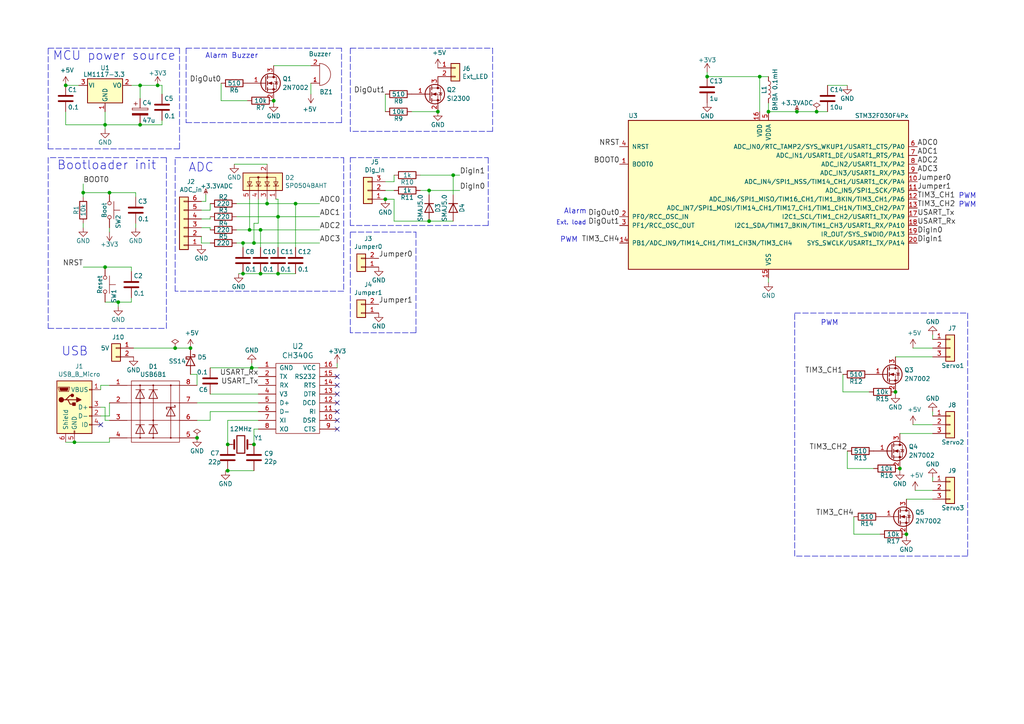
<source format=kicad_sch>
(kicad_sch (version 20231120) (generator "eeschema") (generator_version "8.0")
  (paper "A4")
  (lib_symbols
    (symbol "Connector_Generic:Conn_01x02" (pin_names (offset 1.016) hide)
      (property "Reference" "J" (at 0 2.54 0))
      (property "Value" "Conn_01x02" (at 0 -5.08 0))
      (symbol "Conn_01x02_1_1"
        (pin passive line (at -5.08 0 0) (length 3.81) (name "Pin_1") (number "1"))
        (pin passive line (at -5.08 -2.54 0) (length 3.81) (name "Pin_2") (number "2"))
      )
    )
    (symbol "Connector_Generic:Conn_01x03" (pin_names (offset 1.016) hide)
      (property "Reference" "J" (at 0 5.08 0))
      (property "Value" "Conn_01x03" (at 0 -5.08 0))
      (symbol "Conn_01x03_1_1"
        (pin passive line (at -5.08 2.54 0) (length 3.81) (name "Pin_1") (number "1"))
        (pin passive line (at -5.08 0 0) (length 3.81) (name "Pin_2") (number "2"))
        (pin passive line (at -5.08 -2.54 0) (length 3.81) (name "Pin_3") (number "3"))
      )
    )
    (symbol "Connector_Generic:Conn_01x06" (pin_names (offset 1.016) hide)
      (property "Reference" "J" (at 0 7.62 0))
      (property "Value" "Conn_01x06" (at 0 -10.16 0))
      (symbol "Conn_01x06_1_1"
        (pin passive line (at -5.08 5.08 0) (length 3.81) (name "Pin_1") (number "1"))
        (pin passive line (at -5.08 2.54 0) (length 3.81) (name "Pin_2") (number "2"))
        (pin passive line (at -5.08 0 0) (length 3.81) (name "Pin_3") (number "3"))
        (pin passive line (at -5.08 -2.54 0) (length 3.81) (name "Pin_4") (number "4"))
        (pin passive line (at -5.08 -5.08 0) (length 3.81) (name "Pin_5") (number "5"))
        (pin passive line (at -5.08 -7.62 0) (length 3.81) (name "Pin_6") (number "6"))
      )
    )
    (symbol "Device:Buzzer" (pin_names (offset 0.0254) hide)
      (property "Reference" "BZ" (at 3.81 1.27 0))
      (property "Value" "Buzzer" (at 3.81 -1.27 0))
      (symbol "Buzzer_1_1"
        (pin passive line (at -2.54 2.54 0) (length 2.54) (name "+") (number "1"))
        (pin passive line (at -2.54 -2.54 0) (length 2.54) (name "-") (number "2"))
      )
    )
    (symbol "Device:C" (pin_numbers hide) (pin_names (offset 0.254))
      (property "Reference" "C" (at 0.635 2.54 0))
      (property "Value" "C" (at 0.635 -2.54 0))
      (symbol "C_1_1"
        (pin passive line (at 0 3.81 270) (length 2.794) (name "~") (number "1"))
        (pin passive line (at 0 -3.81 90) (length 2.794) (name "~") (number "2"))
      )
    )
    (symbol "Device:Crystal" (pin_numbers hide) (pin_names (offset 1.016) hide)
      (property "Reference" "Y" (at 0 3.81 0))
      (property "Value" "Crystal" (at 0 -3.81 0))
      (symbol "Crystal_1_1"
        (pin passive line (at -3.81 0 0) (length 1.27) (name "1") (number "1"))
        (pin passive line (at 3.81 0 180) (length 1.27) (name "2") (number "2"))
      )
    )
    (symbol "Device:D" (pin_numbers hide) (pin_names (offset 1.016) hide)
      (property "Reference" "D" (at 0 2.54 0))
      (property "Value" "D" (at 0 -2.54 0))
      (symbol "D_1_1"
        (pin passive line (at -3.81 0 0) (length 2.54) (name "K") (number "1"))
        (pin passive line (at 3.81 0 180) (length 2.54) (name "A") (number "2"))
      )
    )
    (symbol "Device:D_Schottky" (pin_numbers hide) (pin_names (offset 1.016) hide)
      (property "Reference" "D" (at 0 2.54 0))
      (property "Value" "D_Schottky" (at 0 -2.54 0))
      (symbol "D_Schottky_1_1"
        (pin passive line (at -3.81 0 0) (length 2.54) (name "K") (number "1"))
        (pin passive line (at 3.81 0 180) (length 2.54) (name "A") (number "2"))
      )
    )
    (symbol "Device:R" (pin_numbers hide) (pin_names (offset 0))
      (property "Reference" "R" (at 2.032 0 90))
      (property "Value" "R" (at 0 0 90))
      (symbol "R_1_1"
        (pin passive line (at 0 3.81 270) (length 1.27) (name "~") (number "1"))
        (pin passive line (at 0 -3.81 90) (length 1.27) (name "~") (number "2"))
      )
    )
    (symbol "Power_Protection:SP0504BAHT" (pin_names hide)
      (property "Reference" "D" (at 7.62 2.54 0))
      (property "Value" "SP0504BAHT" (at 7.62 0.635 0))
      (symbol "SP0504BAHT_0_0"
        (pin passive line (at 0 -5.08 90) (length 2.54) (name "A") (number "2"))
      )
      (symbol "SP0504BAHT_1_1"
        (pin passive line (at -2.54 5.08 270) (length 2.54) (name "K") (number "1"))
        (pin passive line (at 0 5.08 270) (length 2.54) (name "K") (number "3"))
        (pin passive line (at 2.54 5.08 270) (length 2.54) (name "K") (number "4"))
        (pin passive line (at 5.08 5.08 270) (length 2.54) (name "K") (number "5"))
      )
    )
    (symbol "Servo_control-rescue:+3.3V-Chiller_control-rescue" (power) (pin_names (offset 0))
      (property "Value" "+3.3V-Chiller_control-rescue" (at 0 3.556 0))
      (symbol "+3.3V-Chiller_control-rescue_1_1"
        (pin power_in line (at 0 0 90) (length 0) hide (name "+3V3") (number "1"))
      )
    )
    (symbol "Servo_control-rescue:+3.3VADC-Chiller_control-rescue" (power) (pin_names (offset 0))
      (property "Value" "+3.3VADC-Chiller_control-rescue" (at 0 2.54 0))
      (symbol "+3.3VADC-Chiller_control-rescue_0_0"
        (pin power_in line (at 0 0 90) (length 0) hide (name "+3.3VADC") (number "1"))
      )
    )
    (symbol "Servo_control-rescue:+5V-power" (power) (pin_names (offset 0))
      (property "Value" "+5V-power" (at 0 3.556 0))
      (symbol "+5V-power_1_1"
        (pin power_in line (at 0 0 90) (length 0) hide (name "+5V") (number "1"))
      )
    )
    (symbol "Servo_control-rescue:C-Chiller_control-rescue" (pin_numbers hide) (pin_names (offset 0.254))
      (property "Reference" "C" (at 0.635 2.54 0))
      (property "Value" "C-Chiller_control-rescue" (at 0.635 -2.54 0))
      (symbol "C-Chiller_control-rescue_1_1"
        (pin passive line (at 0 3.81 270) (length 2.794) (name "~") (number "1"))
        (pin passive line (at 0 -3.81 90) (length 2.794) (name "~") (number "2"))
      )
    )
    (symbol "Servo_control-rescue:CP-Chiller_control-rescue" (pin_numbers hide) (pin_names (offset 0.254))
      (property "Reference" "C" (at 0.635 2.54 0))
      (property "Value" "CP-Chiller_control-rescue" (at 0.635 -2.54 0))
      (symbol "CP-Chiller_control-rescue_1_1"
        (pin passive line (at 0 3.81 270) (length 2.794) (name "~") (number "1"))
        (pin passive line (at 0 -3.81 90) (length 2.794) (name "~") (number "2"))
      )
    )
    (symbol "Servo_control-rescue:GND-Chiller_control-rescue" (power) (pin_names (offset 0))
      (property "Value" "GND-Chiller_control-rescue" (at 0 -3.81 0))
      (symbol "GND-Chiller_control-rescue_1_1"
        (pin power_in line (at 0 0 270) (length 0) hide (name "GND") (number "1"))
      )
    )
    (symbol "Servo_control-rescue:L-Chiller_control-rescue" (pin_numbers hide) (pin_names (offset 1.016) hide)
      (property "Reference" "L" (at -1.27 0 90))
      (property "Value" "L-Chiller_control-rescue" (at 1.905 0 90))
      (symbol "L-Chiller_control-rescue_1_1"
        (pin passive line (at 0 3.81 270) (length 1.27) (name "1") (number "1"))
        (pin passive line (at 0 -3.81 90) (length 1.27) (name "2") (number "2"))
      )
    )
    (symbol "Servo_control-rescue:LM1117-3.3-Chiller_control-rescue" (pin_names (offset 0.254))
      (property "Reference" "U" (at -3.81 3.175 0))
      (property "Value" "LM1117-3.3-Chiller_control-rescue" (at 0 3.175 0))
      (symbol "LM1117-3.3-Chiller_control-rescue_1_1"
        (pin power_in line (at 0 -7.62 90) (length 2.54) (name "GND") (number "1"))
        (pin power_out line (at 7.62 0 180) (length 2.54) (name "VO") (number "2"))
        (pin power_in line (at -7.62 0 0) (length 2.54) (name "VI") (number "3"))
      )
    )
    (symbol "Servo_control-rescue:PWR_FLAG-Chiller_control-rescue" (power) (pin_numbers hide) (pin_names (offset 0) hide)
      (property "Value" "PWR_FLAG-Chiller_control-rescue" (at 0 3.81 0))
      (symbol "PWR_FLAG-Chiller_control-rescue_0_0"
        (pin power_out line (at 0 0 90) (length 0) (name "pwr") (number "1"))
      )
    )
    (symbol "Servo_control-rescue:Q_NMOS_GSD-Chiller_control-rescue" (pin_names (offset 0) hide)
      (property "Reference" "Q" (at 5.08 1.27 0))
      (property "Value" "Q_NMOS_GSD-Chiller_control-rescue" (at 5.08 -1.27 0))
      (symbol "Q_NMOS_GSD-Chiller_control-rescue_1_1"
        (pin input line (at -5.08 0 0) (length 5.08) (name "G") (number "1"))
        (pin passive line (at 2.54 -5.08 90) (length 2.54) (name "S") (number "2"))
        (pin passive line (at 2.54 5.08 270) (length 2.54) (name "D") (number "3"))
      )
    )
    (symbol "Servo_control-rescue:R-Chiller_control-rescue" (pin_numbers hide) (pin_names (offset 0))
      (property "Reference" "R" (at 2.032 0 90))
      (property "Value" "R-Chiller_control-rescue" (at 0 0 90))
      (symbol "R-Chiller_control-rescue_1_1"
        (pin passive line (at 0 3.81 270) (length 1.27) (name "~") (number "1"))
        (pin passive line (at 0 -3.81 90) (length 1.27) (name "~") (number "2"))
      )
    )
    (symbol "Servo_control-rescue:STM32F030F4Px-Chiller_control-rescue" (pin_names (offset 1.016))
      (property "Reference" "U" (at -40.64 23.495 0))
      (property "Value" "STM32F030F4Px-Chiller_control-rescue" (at 40.64 23.495 0))
      (symbol "STM32F030F4Px-Chiller_control-rescue_1_1"
        (pin input line (at -43.18 10.16 0) (length 2.54) (name "BOOT0") (number "1"))
        (pin bidirectional line (at 43.18 5.08 180) (length 2.54) (name "ADC_IN4/SPI1_NSS/TIM14_CH1/USART1_CK/PA4") (number "10"))
        (pin bidirectional line (at 43.18 2.54 180) (length 2.54) (name "ADC_IN5/SPI1_SCK/PA5") (number "11"))
        (pin bidirectional line (at 43.18 0 180) (length 2.54) (name "ADC_IN6/SPI1_MISO/TIM16_CH1/TIM1_BKIN/TIM3_CH1/PA6") (number "12"))
        (pin bidirectional line (at 43.18 -2.54 180) (length 2.54) (name "ADC_IN7/SPI1_MOSI/TIM14_CH1/TIM17_CH1/TIM1_CH1N/TIM3_CH2/PA7") (number "13"))
        (pin bidirectional line (at -43.18 -12.7 0) (length 2.54) (name "PB1/ADC_IN9/TIM14_CH1/TIM1_CH3N/TIM3_CH4") (number "14"))
        (pin power_in line (at 0 -22.86 90) (length 2.54) (name "VSS") (number "15"))
        (pin power_in line (at -2.54 25.4 270) (length 2.54) (name "VDD") (number "16"))
        (pin bidirectional line (at 43.18 -5.08 180) (length 2.54) (name "I2C1_SCL/TIM1_CH2/USART1_TX/PA9") (number "17"))
        (pin bidirectional line (at 43.18 -7.62 180) (length 2.54) (name "I2C1_SDA/TIM17_BKIN/TIM1_CH3/USART1_RX/PA10") (number "18"))
        (pin bidirectional line (at 43.18 -10.16 180) (length 2.54) (name "IR_OUT/SYS_SWDIO/PA13") (number "19"))
        (pin input line (at -43.18 -5.08 0) (length 2.54) (name "PF0/RCC_OSC_IN") (number "2"))
        (pin bidirectional line (at 43.18 -12.7 180) (length 2.54) (name "SYS_SWCLK/USART1_TX/PA14") (number "20"))
        (pin input line (at -43.18 -7.62 0) (length 2.54) (name "PF1/RCC_OSC_OUT") (number "3"))
        (pin input line (at -43.18 15.24 0) (length 2.54) (name "NRST") (number "4"))
        (pin power_in line (at 0 25.4 270) (length 2.54) (name "VDDA") (number "5"))
        (pin bidirectional line (at 43.18 15.24 180) (length 2.54) (name "ADC_IN0/RTC_TAMP2/SYS_WKUP1/USART1_CTS/PA0") (number "6"))
        (pin bidirectional line (at 43.18 12.7 180) (length 2.54) (name "ADC_IN1/USART1_DE/USART1_RTS/PA1") (number "7"))
        (pin bidirectional line (at 43.18 10.16 180) (length 2.54) (name "ADC_IN2/USART1_TX/PA2") (number "8"))
        (pin bidirectional line (at 43.18 7.62 180) (length 2.54) (name "ADC_IN3/USART1_RX/PA3") (number "9"))
      )
    )
    (symbol "Servo_control-rescue:SW_Push-Chiller_control-rescue" (pin_numbers hide) (pin_names (offset 1.016) hide)
      (property "Reference" "SW" (at 1.27 2.54 0))
      (property "Value" "SW_Push-Chiller_control-rescue" (at 0 -1.524 0))
      (symbol "SW_Push-Chiller_control-rescue_0_1"
        (pin passive line (at -5.08 0 0) (length 2.54) (name "1") (number "1"))
        (pin passive line (at 5.08 0 180) (length 2.54) (name "2") (number "2"))
      )
    )
    (symbol "Servo_control-rescue:USB_B_Micro-Connector_Specialized" (pin_names (offset 1.016))
      (property "Reference" "J" (at -5.08 11.43 0))
      (property "Value" "USB_B_Micro-Connector_Specialized" (at -5.08 8.89 0))
      (symbol "USB_B_Micro-Connector_Specialized_1_1"
        (pin power_out line (at 7.62 5.08 180) (length 2.54) (name "VBUS") (number "1"))
        (pin passive line (at 7.62 -2.54 180) (length 2.54) (name "D-") (number "2"))
        (pin passive line (at 7.62 0 180) (length 2.54) (name "D+") (number "3"))
        (pin passive line (at 7.62 -5.08 180) (length 2.54) (name "ID") (number "4"))
        (pin power_out line (at 0 -10.16 90) (length 2.54) (name "GND") (number "5"))
        (pin passive line (at -2.54 -10.16 90) (length 2.54) (name "Shield") (number "6"))
      )
    )
    (symbol "ch34x:CH340G" (pin_names (offset 1.016))
      (property "Reference" "U" (at 0.635 12.065 0))
      (property "Value" "CH340G" (at 0 -12.065 0))
      (symbol "CH340G_1_1"
        (pin power_in line (at -11.43 8.89 0) (length 5.08) (name "GND") (number "1"))
        (pin output line (at 11.43 -6.35 180) (length 5.08) (name "DSR") (number "10"))
        (pin output line (at 11.43 -3.81 180) (length 5.08) (name "RI") (number "11"))
        (pin output line (at 11.43 -1.27 180) (length 5.08) (name "DCD") (number "12"))
        (pin output line (at 11.43 1.27 180) (length 5.08) (name "DTR") (number "13"))
        (pin output line (at 11.43 3.81 180) (length 5.08) (name "RTS") (number "14"))
        (pin input line (at 11.43 6.35 180) (length 5.08) (name "RS232") (number "15"))
        (pin power_in line (at 11.43 8.89 180) (length 5.08) (name "VCC") (number "16"))
        (pin output line (at -11.43 6.35 0) (length 5.08) (name "TX") (number "2"))
        (pin input line (at -11.43 3.81 0) (length 5.08) (name "RX") (number "3"))
        (pin passive line (at -11.43 1.27 0) (length 5.08) (name "V3") (number "4"))
        (pin bidirectional line (at -11.43 -1.27 0) (length 5.08) (name "D+") (number "5"))
        (pin bidirectional line (at -11.43 -3.81 0) (length 5.08) (name "D-") (number "6"))
        (pin input line (at -11.43 -6.35 0) (length 5.08) (name "XI") (number "7"))
        (pin input line (at -11.43 -8.89 0) (length 5.08) (name "XO") (number "8"))
        (pin output line (at 11.43 -8.89 180) (length 5.08) (name "CTS") (number "9"))
      )
    )
    (symbol "elements:USB6B1" (pin_names (offset 0.762) hide)
      (property "Reference" "D" (at 0 -11.43 0))
      (property "Value" "USB6B1" (at 0 10.16 0))
      (symbol "USB6B1_1_1"
        (pin passive line (at -12.7 7.62 0) (length 5.08) (name "VCC") (number "1"))
        (pin passive line (at -12.7 2.54 0) (length 5.08) (name "I/O1") (number "2"))
        (pin passive line (at -12.7 -2.54 0) (length 5.08) (name "I/O2") (number "3"))
        (pin passive line (at -12.7 -7.62 0) (length 5.08) (name "GND") (number "4"))
        (pin passive line (at 12.7 -7.62 180) (length 5.08) (name "GND") (number "5"))
        (pin passive line (at 12.7 -2.54 180) (length 5.08) (name "I/O2") (number "6"))
        (pin passive line (at 12.7 2.54 180) (length 5.08) (name "I/O1") (number "7"))
        (pin passive line (at 12.7 7.62 180) (length 5.08) (name "VCC") (number "8"))
      )
    )
  )
  (junction (at 127 32.385))
  (junction (at 73.66 128.905))
  (junction (at 45.72 24.765))
  (junction (at 66.04 128.905))
  (junction (at 24.13 55.88))
  (junction (at 40.64 24.765))
  (junction (at 57.15 127))
  (junction (at 73.66 70.485))
  (junction (at 77.47 59.055))
  (junction (at 260.985 135.89))
  (junction (at 30.48 36.195))
  (junction (at 70.485 70.485))
  (junction (at 131.445 50.8))
  (junction (at 21.59 128.27))
  (junction (at 124.46 55.245))
  (junction (at 55.245 100.965))
  (junction (at 80.645 62.865))
  (junction (at 79.375 29.21))
  (junction (at 19.05 24.765))
  (junction (at 222.885 32.385))
  (junction (at 259.715 113.665))
  (junction (at 72.39 66.675))
  (junction (at 34.29 87.63))
  (junction (at 85.725 59.055))
  (junction (at 80.645 79.375))
  (junction (at 70.485 79.375))
  (junction (at 66.04 136.525))
  (junction (at 111.76 57.785))
  (junction (at 40.64 36.195))
  (junction (at 73.025 106.68))
  (junction (at 124.46 64.135))
  (junction (at 75.565 66.675))
  (junction (at 31.75 55.88))
  (junction (at 205.105 22.225))
  (junction (at 262.89 154.94))
  (junction (at 236.855 32.385))
  (junction (at 220.345 22.225))
  (junction (at 75.565 79.375))
  (junction (at 30.48 77.47))
  (junction (at 50.8 100.965))
  (junction (at 231.14 32.385))
  (no_connect (at 97.79 111.76))
  (no_connect (at 29.21 123.19))
  (no_connect (at 97.79 124.46))
  (no_connect (at 97.79 109.22))
  (no_connect (at 97.79 116.84))
  (no_connect (at 97.79 119.38))
  (no_connect (at 97.79 114.3))
  (no_connect (at 97.79 121.92))
  (wire (pts (xy 29.21 120.65) (xy 31.75 120.65)))
  (wire (pts (xy 74.93 121.92) (xy 66.04 121.92)))
  (polyline (pts (xy 230.505 161.29) (xy 230.505 90.805)) (stroke (width 0) (type dash)))
  (wire (pts (xy 31.75 67.31) (xy 31.75 66.04)))
  (wire (pts (xy 220.345 22.225) (xy 222.885 22.225)))
  (polyline (pts (xy 101.6 45.72) (xy 141.605 45.72)) (stroke (width 0) (type dash)))
  (polyline (pts (xy 280.67 90.805) (xy 280.67 161.29)) (stroke (width 0) (type dash)))
  (wire (pts (xy 259.715 103.505) (xy 270.51 103.505)))
  (wire (pts (xy 31.75 55.88) (xy 39.37 55.88)))
  (wire (pts (xy 19.05 36.195) (xy 30.48 36.195)))
  (wire (pts (xy 38.1 87.63) (xy 38.1 86.36)))
  (wire (pts (xy 30.48 121.92) (xy 31.75 121.92)))
  (polyline (pts (xy 101.6 13.97) (xy 101.6 38.1)) (stroke (width 0) (type dash)))
  (wire (pts (xy 19.05 32.385) (xy 19.05 36.195)))
  (wire (pts (xy 24.13 66.04) (xy 24.13 64.77)))
  (wire (pts (xy 265.43 142.24) (xy 270.51 142.24)))
  (wire (pts (xy 58.42 68.58) (xy 58.42 70.485)))
  (wire (pts (xy 40.64 24.765) (xy 45.72 24.765)))
  (wire (pts (xy 114.3 57.785) (xy 111.76 57.785)))
  (wire (pts (xy 30.48 87.63) (xy 34.29 87.63)))
  (wire (pts (xy 75.565 66.675) (xy 92.71 66.675)))
  (wire (pts (xy 264.795 100.965) (xy 270.51 100.965)))
  (polyline (pts (xy 53.975 13.97) (xy 53.975 35.56)) (stroke (width 0) (type dash)))
  (wire (pts (xy 24.13 55.88) (xy 24.13 57.15)))
  (wire (pts (xy 74.93 119.38) (xy 60.96 119.38)))
  (polyline (pts (xy 50.8 45.72) (xy 99.695 45.72)) (stroke (width 0) (type dash)))
  (wire (pts (xy 57.15 116.84) (xy 74.93 116.84)))
  (wire (pts (xy 31.75 120.65) (xy 31.75 116.84)))
  (wire (pts (xy 73.66 128.905) (xy 73.66 124.46)))
  (wire (pts (xy 80.645 79.375) (xy 75.565 79.375)))
  (wire (pts (xy 29.21 118.11) (xy 30.48 118.11)))
  (wire (pts (xy 222.885 32.385) (xy 231.14 32.385)))
  (wire (pts (xy 231.14 32.385) (xy 236.855 32.385)))
  (polyline (pts (xy 48.26 95.25) (xy 48.26 45.72)) (stroke (width 0) (type dash)))
  (wire (pts (xy 57.15 108.585) (xy 55.245 108.585)))
  (wire (pts (xy 262.89 144.78) (xy 270.51 144.78)))
  (wire (pts (xy 30.48 77.47) (xy 38.1 77.47)))
  (wire (pts (xy 111.76 32.385) (xy 111.76 27.305)))
  (polyline (pts (xy 99.695 45.72) (xy 99.695 84.455)) (stroke (width 0) (type dash)))
  (polyline (pts (xy 53.975 35.56) (xy 99.06 35.56)) (stroke (width 0) (type dash)))
  (wire (pts (xy 75.565 71.755) (xy 75.565 66.675)))
  (wire (pts (xy 58.42 58.42) (xy 59.69 58.42)))
  (wire (pts (xy 60.96 63.5) (xy 60.96 62.865)))
  (wire (pts (xy 97.79 105.41) (xy 97.79 106.68)))
  (wire (pts (xy 74.93 57.785) (xy 74.93 64.77)))
  (polyline (pts (xy 50.8 84.455) (xy 50.8 45.72)) (stroke (width 0) (type dash)))
  (wire (pts (xy 38.1 24.765) (xy 40.64 24.765)))
  (wire (pts (xy 39.37 55.88) (xy 39.37 57.15)))
  (wire (pts (xy 34.29 88.9) (xy 34.29 87.63)))
  (wire (pts (xy 68.58 66.675) (xy 72.39 66.675)))
  (wire (pts (xy 24.13 77.47) (xy 30.48 77.47)))
  (wire (pts (xy 222.885 29.845) (xy 222.885 32.385)))
  (wire (pts (xy 60.96 66.04) (xy 60.96 66.675)))
  (wire (pts (xy 260.985 125.73) (xy 270.51 125.73)))
  (wire (pts (xy 114.3 52.705) (xy 114.3 50.8)))
  (wire (pts (xy 79.375 29.845) (xy 79.375 29.21)))
  (wire (pts (xy 245.745 135.89) (xy 253.365 135.89)))
  (wire (pts (xy 45.72 24.765) (xy 46.99 24.765)))
  (wire (pts (xy 77.47 59.055) (xy 85.725 59.055)))
  (wire (pts (xy 40.64 24.765) (xy 40.64 28.575)))
  (wire (pts (xy 247.65 149.86) (xy 247.65 154.94)))
  (wire (pts (xy 259.715 114.3) (xy 259.715 113.665)))
  (wire (pts (xy 46.99 36.195) (xy 46.99 34.925)))
  (wire (pts (xy 119.38 32.385) (xy 127 32.385)))
  (polyline (pts (xy 13.97 13.97) (xy 52.07 13.97)) (stroke (width 0) (type dash)))
  (wire (pts (xy 30.48 36.195) (xy 40.64 36.195)))
  (wire (pts (xy 131.445 50.8) (xy 133.35 50.8)))
  (wire (pts (xy 77.47 57.785) (xy 77.47 59.055)))
  (wire (pts (xy 85.725 79.375) (xy 80.645 79.375)))
  (wire (pts (xy 73.66 70.485) (xy 92.71 70.485)))
  (wire (pts (xy 245.745 130.81) (xy 245.745 135.89)))
  (wire (pts (xy 131.445 50.8) (xy 131.445 56.515)))
  (wire (pts (xy 24.13 53.34) (xy 24.13 55.88)))
  (wire (pts (xy 39.37 66.04) (xy 39.37 64.77)))
  (wire (pts (xy 114.3 64.135) (xy 114.3 57.785)))
  (wire (pts (xy 29.21 113.03) (xy 29.21 111.76)))
  (wire (pts (xy 80.01 57.785) (xy 80.645 57.785)))
  (wire (pts (xy 60.96 106.68) (xy 73.025 106.68)))
  (wire (pts (xy 59.69 58.42) (xy 59.69 56.515)))
  (wire (pts (xy 111.76 55.245) (xy 114.3 55.245)))
  (polyline (pts (xy 101.6 67.31) (xy 120.65 67.31)) (stroke (width 0) (type dash)))
  (wire (pts (xy 38.735 100.965) (xy 50.8 100.965)))
  (wire (pts (xy 68.58 70.485) (xy 70.485 70.485)))
  (wire (pts (xy 124.46 55.245) (xy 124.46 56.515)))
  (polyline (pts (xy 280.67 161.29) (xy 230.505 161.29)) (stroke (width 0) (type dash)))
  (wire (pts (xy 74.93 114.3) (xy 60.96 114.3)))
  (wire (pts (xy 31.75 127) (xy 31.75 128.27)))
  (wire (pts (xy 58.42 66.04) (xy 60.96 66.04)))
  (wire (pts (xy 64.135 24.13) (xy 64.135 29.21)))
  (wire (pts (xy 72.39 66.675) (xy 75.565 66.675)))
  (polyline (pts (xy 99.695 84.455) (xy 50.8 84.455)) (stroke (width 0) (type dash)))
  (polyline (pts (xy 52.07 43.18) (xy 13.97 43.18)) (stroke (width 0) (type dash)))
  (polyline (pts (xy 120.65 96.52) (xy 101.6 96.52)) (stroke (width 0) (type dash)))
  (wire (pts (xy 24.13 55.88) (xy 31.75 55.88)))
  (wire (pts (xy 21.59 128.27) (xy 31.75 128.27)))
  (polyline (pts (xy 142.875 38.1) (xy 101.6 38.1)) (stroke (width 0) (type dash)))
  (wire (pts (xy 58.42 60.96) (xy 60.96 60.96)))
  (wire (pts (xy 30.48 118.11) (xy 30.48 121.92)))
  (wire (pts (xy 70.485 70.485) (xy 73.66 70.485)))
  (polyline (pts (xy 13.97 45.72) (xy 13.97 95.25)) (stroke (width 0) (type dash)))
  (wire (pts (xy 68.58 59.055) (xy 77.47 59.055)))
  (wire (pts (xy 60.96 60.96) (xy 60.96 59.055)))
  (polyline (pts (xy 141.605 45.72) (xy 141.605 65.405)) (stroke (width 0) (type dash)))
  (wire (pts (xy 73.025 106.68) (xy 74.93 106.68)))
  (wire (pts (xy 73.66 124.46) (xy 74.93 124.46)))
  (polyline (pts (xy 142.875 13.97) (xy 142.875 38.1)) (stroke (width 0) (type dash)))
  (wire (pts (xy 64.135 29.21) (xy 71.755 29.21)))
  (wire (pts (xy 121.92 55.245) (xy 124.46 55.245)))
  (wire (pts (xy 57.15 111.76) (xy 57.15 108.585)))
  (wire (pts (xy 50.8 100.965) (xy 55.245 100.965)))
  (wire (pts (xy 57.15 121.92) (xy 60.96 121.92)))
  (wire (pts (xy 58.42 70.485) (xy 60.96 70.485)))
  (wire (pts (xy 67.945 47.625) (xy 77.47 47.625)))
  (wire (pts (xy 73.025 105.41) (xy 73.025 106.68)))
  (wire (pts (xy 262.89 155.575) (xy 262.89 154.94)))
  (wire (pts (xy 46.99 24.765) (xy 46.99 27.305)))
  (wire (pts (xy 85.725 71.755) (xy 85.725 59.055)))
  (wire (pts (xy 244.475 113.665) (xy 252.095 113.665)))
  (wire (pts (xy 80.645 71.755) (xy 80.645 62.865)))
  (wire (pts (xy 69.215 79.375) (xy 70.485 79.375)))
  (polyline (pts (xy 230.505 90.805) (xy 280.67 90.805)) (stroke (width 0) (type dash)))
  (wire (pts (xy 270.51 119.38) (xy 270.51 120.65)))
  (wire (pts (xy 80.645 62.865) (xy 80.645 57.785)))
  (wire (pts (xy 270.51 98.425) (xy 270.51 97.155)))
  (wire (pts (xy 220.345 22.225) (xy 220.345 32.385)))
  (wire (pts (xy 245.745 24.765) (xy 240.03 24.765)))
  (wire (pts (xy 58.42 63.5) (xy 60.96 63.5)))
  (wire (pts (xy 124.46 64.135) (xy 131.445 64.135)))
  (wire (pts (xy 65.405 136.525) (xy 66.04 136.525)))
  (wire (pts (xy 244.475 108.585) (xy 244.475 113.665)))
  (wire (pts (xy 260.985 136.525) (xy 260.985 135.89)))
  (wire (pts (xy 70.485 71.755) (xy 70.485 70.485)))
  (polyline (pts (xy 52.07 13.97) (xy 52.07 43.18)) (stroke (width 0) (type dash)))
  (wire (pts (xy 31.75 111.76) (xy 29.21 111.76)))
  (polyline (pts (xy 120.65 67.31) (xy 120.65 96.52)) (stroke (width 0) (type dash)))
  (polyline (pts (xy 99.06 35.56) (xy 99.06 13.97)) (stroke (width 0) (type dash)))
  (polyline (pts (xy 101.6 13.97) (xy 142.875 13.97)) (stroke (width 0) (type dash)))
  (wire (pts (xy 222.885 81.915) (xy 222.885 80.645)))
  (wire (pts (xy 80.645 62.865) (xy 92.71 62.865)))
  (wire (pts (xy 60.96 119.38) (xy 60.96 121.92)))
  (wire (pts (xy 38.1 77.47) (xy 38.1 78.74)))
  (polyline (pts (xy 53.975 13.97) (xy 99.06 13.97)) (stroke (width 0) (type dash)))
  (wire (pts (xy 75.565 79.375) (xy 70.485 79.375)))
  (wire (pts (xy 124.46 55.245) (xy 133.35 55.245)))
  (wire (pts (xy 30.48 32.385) (xy 30.48 36.195)))
  (wire (pts (xy 34.29 87.63) (xy 38.1 87.63)))
  (wire (pts (xy 72.39 57.785) (xy 72.39 66.675)))
  (wire (pts (xy 264.795 123.19) (xy 270.51 123.19)))
  (wire (pts (xy 270.51 138.43) (xy 270.51 139.7)))
  (wire (pts (xy 90.17 24.13) (xy 90.17 27.305)))
  (wire (pts (xy 19.05 128.27) (xy 21.59 128.27)))
  (wire (pts (xy 124.46 64.135) (xy 114.3 64.135)))
  (polyline (pts (xy 13.97 43.18) (xy 13.97 13.97)) (stroke (width 0) (type dash)))
  (wire (pts (xy 66.04 136.525) (xy 73.66 136.525)))
  (wire (pts (xy 66.04 121.92) (xy 66.04 128.905)))
  (wire (pts (xy 30.48 36.195) (xy 30.48 37.465)))
  (wire (pts (xy 205.105 22.225) (xy 220.345 22.225)))
  (polyline (pts (xy 101.6 96.52) (xy 101.6 67.31)) (stroke (width 0) (type dash)))
  (polyline (pts (xy 101.6 65.405) (xy 101.6 45.72)) (stroke (width 0) (type dash)))
  (polyline (pts (xy 48.26 45.72) (xy 13.97 45.72)) (stroke (width 0) (type dash)))
  (wire (pts (xy 40.64 36.195) (xy 46.99 36.195)))
  (wire (pts (xy 79.375 19.05) (xy 90.17 19.05)))
  (wire (pts (xy 85.725 59.055) (xy 92.71 59.055)))
  (wire (pts (xy 205.105 20.955) (xy 205.105 22.225)))
  (wire (pts (xy 236.855 32.385) (xy 240.03 32.385)))
  (polyline (pts (xy 13.97 95.25) (xy 48.26 95.25)) (stroke (width 0) (type dash)))
  (wire (pts (xy 121.92 50.8) (xy 131.445 50.8)))
  (wire (pts (xy 74.93 64.77) (xy 73.66 64.77)))
  (wire (pts (xy 111.76 52.705) (xy 114.3 52.705)))
  (wire (pts (xy 73.66 64.77) (xy 73.66 70.485)))
  (polyline (pts (xy 141.605 65.405) (xy 101.6 65.405)) (stroke (width 0) (type dash)))
  (wire (pts (xy 247.65 154.94) (xy 255.27 154.94)))
  (wire (pts (xy 19.05 24.765) (xy 22.86 24.765)))
  (wire (pts (xy 68.58 62.865) (xy 80.645 62.865)))
  (text "Ext. load" (at 161.29 65.405 0) (effects (font (size 1.27 1.27)) (justify left bottom)))
  (text "PWM" (at 167.64 70.485 0) (effects (font (size 1.524 1.524)) (justify right bottom)))
  (text "PWM" (at 243.205 94.615 0) (effects (font (size 1.524 1.524)) (justify right bottom)))
  (text "ADC" (at 54.61 50.165 0) (effects (font (size 2.54 2.54)) (justify left bottom)))
  (text "USB" (at 17.78 103.505 0) (effects (font (size 2.54 2.54)) (justify left bottom)))
  (text "Alarm Buzzer" (at 74.93 17.145 0) (effects (font (size 1.524 1.524)) (justify right bottom)))
  (text "MCU power source" (at 15.24 17.78 0) (effects (font (size 2.54 2.54)) (justify left bottom)))
  (text "PWM" (at 283.21 60.325 0) (effects (font (size 1.524 1.524)) (justify right bottom)))
  (text "PWM" (at 283.21 57.785 0) (effects (font (size 1.524 1.524)) (justify right bottom)))
  (text "Bootloader init" (at 16.51 49.53 0) (effects (font (size 2.54 2.54)) (justify left bottom)))
  (text "Alarm" (at 170.18 62.23 0) (effects (font (size 1.524 1.524)) (justify right bottom)))
  (label "Jumper0" (at 266.065 52.705 0) (effects (font (size 1.524 1.524))))
  (label "TIM3_CH1" (at 244.475 108.585 180) (effects (font (size 1.524 1.524))))
  (label "DigIn1" (at 266.065 70.485 0) (effects (font (size 1.524 1.524))))
  (label "Jumper1" (at 109.855 88.265 0) (effects (font (size 1.524 1.524))))
  (label "NRST" (at 179.705 42.545 180) (effects (font (size 1.524 1.524))))
  (label "Jumper1" (at 266.065 55.245 0) (effects (font (size 1.524 1.524))))
  (label "TIM3_CH2" (at 245.745 130.81 180) (effects (font (size 1.524 1.524))))
  (label "DigOut1" (at 111.76 27.305 180) (effects (font (size 1.524 1.524))))
  (label "ADC1" (at 92.71 62.865 0) (effects (font (size 1.524 1.524))))
  (label "NRST" (at 24.13 77.47 180) (effects (font (size 1.524 1.524))))
  (label "USART_Tx" (at 74.93 111.76 180) (effects (font (size 1.524 1.524))))
  (label "DigIn0" (at 133.35 55.245 0) (effects (font (size 1.524 1.524))))
  (label "TIM3_CH2" (at 266.065 60.325 0) (effects (font (size 1.524 1.524))))
  (label "ADC2" (at 92.71 66.675 0) (effects (font (size 1.524 1.524))))
  (label "ADC2" (at 266.065 47.625 0) (effects (font (size 1.524 1.524))))
  (label "TIM3_CH4" (at 179.705 70.485 180) (effects (font (size 1.524 1.524))))
  (label "BOOT0" (at 179.705 47.625 180) (effects (font (size 1.524 1.524))))
  (label "DigOut0" (at 64.135 24.13 180) (effects (font (size 1.524 1.524))))
  (label "Jumper0" (at 109.855 74.93 0) (effects (font (size 1.524 1.524))))
  (label "ADC0" (at 92.71 59.055 0) (effects (font (size 1.524 1.524))))
  (label "USART_Rx" (at 74.93 109.22 180) (effects (font (size 1.524 1.524))))
  (label "ADC3" (at 92.71 70.485 0) (effects (font (size 1.524 1.524))))
  (label "DigIn1" (at 133.35 50.8 0) (effects (font (size 1.524 1.524))))
  (label "ADC1" (at 266.065 45.085 0) (effects (font (size 1.524 1.524))))
  (label "USART_Tx" (at 266.065 62.865 0) (effects (font (size 1.524 1.524))))
  (label "TIM3_CH4" (at 247.65 149.86 180) (effects (font (size 1.524 1.524))))
  (label "BOOT0" (at 24.13 53.34 0) (effects (font (size 1.524 1.524))))
  (label "ADC0" (at 266.065 42.545 0) (effects (font (size 1.524 1.524))))
  (label "ADC3" (at 266.065 50.165 0) (effects (font (size 1.524 1.524))))
  (label "TIM3_CH1" (at 266.065 57.785 0) (effects (font (size 1.524 1.524))))
  (label "DigIn0" (at 266.065 67.945 0) (effects (font (size 1.524 1.524))))
  (label "USART_Rx" (at 266.065 65.405 0) (effects (font (size 1.524 1.524))))
  (label "DigOut0" (at 179.705 62.865 180) (effects (font (size 1.524 1.524))))
  (label "DigOut1" (at 179.705 65.405 180) (effects (font (size 1.524 1.524))))
  (symbol (lib_id "Servo_control-rescue:GND-Chiller_control-rescue") (at 30.48 37.465 0) (unit 1)
    (property "Reference" "#PWR03" (effects (hide yes)))
    (property "Value" "GND" (at 30.48 41.275 0))
  )
  (symbol (lib_id "Servo_control-rescue:CP-Chiller_control-rescue") (at 40.64 32.385 0) (unit 1)
    (property "Reference" "C4" (at 41.275 29.845 0) (effects (justify left)))
    (property "Value" "47u" (at 41.275 34.925 0) (effects (justify left)))
    (property "Footprint" "Capacitor_Tantalum_SMD:CP_EIA-3216-18_Kemet-A_Pad1.53x1.40mm_HandSolder" (effects (hide yes)))
  )
  (symbol (lib_id "Servo_control-rescue:+3.3V-Chiller_control-rescue") (at 45.72 24.765 0) (unit 1)
    (property "Reference" "#PWR07" (effects (hide yes)))
    (property "Value" "+3V3" (at 45.72 21.209 0))
  )
  (symbol (lib_id "Servo_control-rescue:SW_Push-Chiller_control-rescue") (at 31.75 60.96 270) (unit 1)
    (property "Reference" "SW2" (at 34.29 62.23 0) (effects (justify left)))
    (property "Value" "Boot" (at 30.226 60.96 0))
    (property "Footprint" "Button_Switch_SMD:SW_SPST_FSMSM" (effects (hide yes)))
  )
  (symbol (lib_id "Servo_control-rescue:SW_Push-Chiller_control-rescue") (at 30.48 82.55 270) (unit 1)
    (property "Reference" "SW1" (at 33.02 83.82 0) (effects (justify left)))
    (property "Value" "Reset" (at 28.956 82.55 0))
    (property "Footprint" "Button_Switch_SMD:SW_SPST_FSMSM" (effects (hide yes)))
  )
  (symbol (lib_id "Servo_control-rescue:GND-Chiller_control-rescue") (at 24.13 66.04 0) (unit 1)
    (property "Reference" "#PWR02" (effects (hide yes)))
    (property "Value" "GND" (at 24.13 69.85 0))
  )
  (symbol (lib_id "Servo_control-rescue:+3.3V-Chiller_control-rescue") (at 31.75 67.31 180) (unit 1)
    (property "Reference" "#PWR04" (effects (hide yes)))
    (property "Value" "+3V3" (at 31.75 70.866 0))
  )
  (symbol (lib_id "Servo_control-rescue:GND-Chiller_control-rescue") (at 34.29 88.9 0) (unit 1)
    (property "Reference" "#PWR05" (effects (hide yes)))
    (property "Value" "GND" (at 34.29 92.71 0))
  )
  (symbol (lib_id "Servo_control-rescue:C-Chiller_control-rescue") (at 39.37 60.96 0) (unit 1)
    (property "Reference" "C3" (at 40.005 58.42 0) (effects (justify left)))
    (property "Value" "0.1" (at 40.005 63.5 0) (effects (justify left)))
    (property "Footprint" "Capacitor_SMD:C_0603_1608Metric_Pad0.84x1.00mm_HandSolder" (effects (hide yes)))
  )
  (symbol (lib_id "Servo_control-rescue:C-Chiller_control-rescue") (at 38.1 82.55 0) (unit 1)
    (property "Reference" "C2" (at 38.735 80.01 0) (effects (justify left)))
    (property "Value" "0.1" (at 38.735 85.09 0) (effects (justify left)))
    (property "Footprint" "Capacitor_SMD:C_0603_1608Metric_Pad0.84x1.00mm_HandSolder" (effects (hide yes)))
  )
  (symbol (lib_id "Servo_control-rescue:C-Chiller_control-rescue") (at 19.05 28.575 0) (unit 1)
    (property "Reference" "C1" (at 19.685 26.035 0) (effects (justify left)))
    (property "Value" "0.1" (at 19.685 31.115 0) (effects (justify left)))
    (property "Footprint" "Capacitor_SMD:C_0603_1608Metric_Pad0.84x1.00mm_HandSolder" (effects (hide yes)))
  )
  (symbol (lib_id "Servo_control-rescue:STM32F030F4Px-Chiller_control-rescue") (at 222.885 57.785 0) (unit 1)
    (property "Reference" "U3" (at 182.245 34.29 0) (effects (justify left bottom)))
    (property "Value" "STM32F030F4Px" (at 263.525 34.29 0) (effects (justify right bottom)))
    (property "Footprint" "Package_SSOP:TSSOP-20_4.4x6.5mm_P0.65mm" (effects (hide yes)))
  )
  (symbol (lib_id "Servo_control-rescue:C-Chiller_control-rescue") (at 205.105 26.035 0) (unit 1)
    (property "Reference" "C13" (at 205.74 23.495 0) (effects (justify left)))
    (property "Value" "1u" (at 205.74 28.575 0) (effects (justify left)))
    (property "Footprint" "Capacitor_SMD:C_0805_2012Metric_Pad1.15x1.50mm_HandSolder" (effects (hide yes)))
  )
  (symbol (lib_id "Servo_control-rescue:GND-Chiller_control-rescue") (at 205.105 29.845 0) (unit 1)
    (property "Reference" "#PWR025" (effects (hide yes)))
    (property "Value" "GND" (at 205.105 33.655 0))
  )
  (symbol (lib_id "Servo_control-rescue:GND-Chiller_control-rescue") (at 222.885 81.915 0) (unit 1)
    (property "Reference" "#PWR026" (effects (hide yes)))
    (property "Value" "GND" (at 222.885 85.725 0))
  )
  (symbol (lib_id "Servo_control-rescue:+3.3V-Chiller_control-rescue") (at 205.105 20.955 0) (unit 1)
    (property "Reference" "#PWR024" (effects (hide yes)))
    (property "Value" "+3V3" (at 205.105 17.399 0))
  )
  (symbol (lib_id "Servo_control-rescue:LM1117-3.3-Chiller_control-rescue") (at 30.48 24.765 0) (unit 1)
    (property "Reference" "U1" (at 30.48 19.685 0))
    (property "Value" "LM1117-3.3" (at 24.13 21.59 0) (effects (justify left)))
    (property "Footprint" "Package_TO_SOT_SMD:SOT-223-3_TabPin2" (effects (hide yes)))
  )
  (symbol (lib_id "Servo_control-rescue:GND-Chiller_control-rescue") (at 39.37 66.04 0) (unit 1)
    (property "Reference" "#PWR06" (effects (hide yes)))
    (property "Value" "GND" (at 39.37 69.85 0))
  )
  (symbol (lib_id "Servo_control-rescue:C-Chiller_control-rescue") (at 46.99 31.115 0) (unit 1)
    (property "Reference" "C5" (at 47.625 28.575 0) (effects (justify left)))
    (property "Value" "0.1" (at 47.625 33.655 0) (effects (justify left)))
    (property "Footprint" "Capacitor_SMD:C_0603_1608Metric_Pad0.84x1.00mm_HandSolder" (effects (hide yes)))
  )
  (symbol (lib_id "Servo_control-rescue:L-Chiller_control-rescue") (at 222.885 26.035 0) (unit 1)
    (property "Reference" "L1" (at 221.615 26.035 90))
    (property "Value" "BMBA 0.1mH" (at 224.79 26.035 90))
    (property "Footprint" "Inductor_SMD:L_0805_2012Metric_Pad1.15x1.50mm_HandSolder" (effects (hide yes)))
  )
  (symbol (lib_id "Servo_control-rescue:C-Chiller_control-rescue") (at 240.03 28.575 0) (unit 1)
    (property "Reference" "C14" (at 240.665 26.035 0) (effects (justify left)))
    (property "Value" "10u" (at 240.665 31.115 0) (effects (justify left)))
    (property "Footprint" "Capacitor_SMD:C_1206_3216Metric_Pad1.24x1.80mm_HandSolder" (effects (hide yes)))
  )
  (symbol (lib_id "Servo_control-rescue:GND-Chiller_control-rescue") (at 245.745 24.765 0) (unit 1)
    (property "Reference" "#PWR028" (effects (hide yes)))
    (property "Value" "GND" (at 245.745 28.575 0))
  )
  (symbol (lib_id "Servo_control-rescue:GND-Chiller_control-rescue") (at 79.375 29.845 0) (unit 1)
    (property "Reference" "#PWR016" (effects (hide yes)))
    (property "Value" "GND" (at 79.375 33.655 0))
  )
  (symbol (lib_id "Servo_control-rescue:Q_NMOS_GSD-Chiller_control-rescue") (at 124.46 27.305 0) (unit 1)
    (property "Reference" "Q2" (at 129.54 26.035 0) (effects (justify left)))
    (property "Value" "SI2300" (at 129.54 28.575 0) (effects (justify left)))
    (property "Footprint" "Package_TO_SOT_SMD:SOT-23" (effects (hide yes)))
  )
  (symbol (lib_id "Servo_control-rescue:R-Chiller_control-rescue") (at 255.905 113.665 270) (unit 1)
    (property "Reference" "R15" (at 255.905 115.697 90))
    (property "Value" "10k" (at 255.905 113.665 90))
    (property "Footprint" "Resistor_SMD:R_0805_2012Metric_Pad1.15x1.50mm_HandSolder" (effects (hide yes)))
  )
  (symbol (lib_id "Servo_control-rescue:R-Chiller_control-rescue") (at 248.285 108.585 270) (unit 1)
    (property "Reference" "R12" (at 248.285 110.617 90))
    (property "Value" "510" (at 248.285 108.585 90))
    (property "Footprint" "Resistor_SMD:R_0805_2012Metric_Pad1.15x1.50mm_HandSolder" (effects (hide yes)))
  )
  (symbol (lib_id "Servo_control-rescue:Q_NMOS_GSD-Chiller_control-rescue") (at 257.175 108.585 0) (unit 1)
    (property "Reference" "Q3" (at 262.255 107.315 0) (effects (justify left)))
    (property "Value" "2N7002" (at 262.255 109.855 0) (effects (justify left)))
    (property "Footprint" "Package_TO_SOT_SMD:SOT-23" (effects (hide yes)))
  )
  (symbol (lib_id "Servo_control-rescue:GND-Chiller_control-rescue") (at 259.715 114.3 0) (unit 1)
    (property "Reference" "#PWR029" (effects (hide yes)))
    (property "Value" "GND" (at 259.715 118.11 0))
  )
  (symbol (lib_id "Servo_control-rescue:GND-Chiller_control-rescue") (at 260.985 136.525 0) (unit 1)
    (property "Reference" "#PWR030" (effects (hide yes)))
    (property "Value" "GND" (at 260.985 140.335 0))
  )
  (symbol (lib_id "Servo_control-rescue:GND-Chiller_control-rescue") (at 262.89 155.575 0) (unit 1)
    (property "Reference" "#PWR031" (effects (hide yes)))
    (property "Value" "GND" (at 262.89 159.385 0))
  )
  (symbol (lib_id "Servo_control-rescue:+3.3VADC-Chiller_control-rescue") (at 231.14 32.385 0) (unit 1)
    (property "Reference" "#PWR027" (effects (hide yes)))
    (property "Value" "+3.3VADC" (at 231.14 29.845 0))
  )
  (symbol (lib_id "Servo_control-rescue:PWR_FLAG-Chiller_control-rescue") (at 236.855 32.385 0) (unit 1)
    (property "Reference" "#FLG01" (effects (hide yes)))
    (property "Value" "PWR_FLAG" (effects (hide yes)))
  )
  (symbol (lib_id "Servo_control-rescue:+5V-power") (at 19.05 24.765 0) (unit 1)
    (property "Reference" "#PWR01" (effects (hide yes)))
    (property "Value" "+5V" (at 19.431 20.3708 0))
  )
  (symbol (lib_id "Device:Buzzer") (at 92.71 21.59 0) (mirror x) (unit 1)
    (property "Reference" "BZ1" (at 94.615 26.67 0))
    (property "Value" "Buzzer" (at 92.8116 15.6464 0))
    (property "Footprint" "Buzzer_Beeper:Buzzer_12x9.5RM7.6" (effects (hide yes)))
  )
  (symbol (lib_id "Connector_Generic:Conn_01x03") (at 275.59 123.19 0) (unit 1)
    (property "Reference" "J8" (at 274.955 117.475 0) (effects (justify left)))
    (property "Value" "Servo2" (at 273.05 128.27 0) (effects (justify left)))
    (property "Footprint" "Connector_PinHeader_2.54mm:PinHeader_1x03_P2.54mm_Vertical" (effects (hide yes)))
  )
  (symbol (lib_id "Connector_Generic:Conn_01x03") (at 275.59 142.24 0) (unit 1)
    (property "Reference" "J9" (at 274.955 136.525 0) (effects (justify left)))
    (property "Value" "Servo3" (at 273.05 147.32 0) (effects (justify left)))
    (property "Footprint" "Connector_PinHeader_2.54mm:PinHeader_1x03_P2.54mm_Vertical" (effects (hide yes)))
  )
  (symbol (lib_id "Servo_control-rescue:GND-Chiller_control-rescue") (at 270.51 97.155 180) (unit 1)
    (property "Reference" "#PWR035" (effects (hide yes)))
    (property "Value" "GND" (at 270.51 93.345 0))
  )
  (symbol (lib_id "Servo_control-rescue:GND-Chiller_control-rescue") (at 270.51 119.38 180) (unit 1)
    (property "Reference" "#PWR036" (effects (hide yes)))
    (property "Value" "GND" (at 270.51 115.57 0))
  )
  (symbol (lib_id "Servo_control-rescue:GND-Chiller_control-rescue") (at 270.51 138.43 180) (unit 1)
    (property "Reference" "#PWR037" (effects (hide yes)))
    (property "Value" "GND" (at 270.51 134.62 0))
  )
  (symbol (lib_id "Servo_control-rescue:+5V-power") (at 264.795 100.965 0) (unit 1)
    (property "Reference" "#PWR032" (effects (hide yes)))
    (property "Value" "+5V" (at 265.176 96.5708 0))
  )
  (symbol (lib_id "Servo_control-rescue:+5V-power") (at 264.795 123.19 0) (unit 1)
    (property "Reference" "#PWR033" (effects (hide yes)))
    (property "Value" "+5V" (at 265.176 118.7958 0))
  )
  (symbol (lib_id "Servo_control-rescue:+5V-power") (at 265.43 142.24 0) (unit 1)
    (property "Reference" "#PWR034" (effects (hide yes)))
    (property "Value" "+5V" (at 265.811 137.8458 0))
  )
  (symbol (lib_id "Servo_control-rescue:R-Chiller_control-rescue") (at 249.555 130.81 270) (unit 1)
    (property "Reference" "R13" (at 249.555 132.842 90))
    (property "Value" "510" (at 249.555 130.81 90))
    (property "Footprint" "Resistor_SMD:R_0805_2012Metric_Pad1.15x1.50mm_HandSolder" (effects (hide yes)))
  )
  (symbol (lib_id "Servo_control-rescue:R-Chiller_control-rescue") (at 251.46 149.86 270) (unit 1)
    (property "Reference" "R14" (at 251.46 151.892 90))
    (property "Value" "510" (at 251.46 149.86 90))
    (property "Footprint" "Resistor_SMD:R_0805_2012Metric_Pad1.15x1.50mm_HandSolder" (effects (hide yes)))
  )
  (symbol (lib_id "Servo_control-rescue:R-Chiller_control-rescue") (at 257.175 135.89 270) (unit 1)
    (property "Reference" "R16" (at 257.175 137.922 90))
    (property "Value" "10k" (at 257.175 135.89 90))
    (property "Footprint" "Resistor_SMD:R_0805_2012Metric_Pad1.15x1.50mm_HandSolder" (effects (hide yes)))
  )
  (symbol (lib_id "Servo_control-rescue:R-Chiller_control-rescue") (at 259.08 154.94 270) (unit 1)
    (property "Reference" "R17" (at 259.08 156.972 90))
    (property "Value" "10k" (at 259.08 154.94 90))
    (property "Footprint" "Resistor_SMD:R_0805_2012Metric_Pad1.15x1.50mm_HandSolder" (effects (hide yes)))
  )
  (symbol (lib_id "Power_Protection:SP0504BAHT") (at 77.47 52.705 180) (unit 1)
    (property "Reference" "D2" (at 82.677 51.5366 0) (effects (justify right)))
    (property "Value" "SP0504BAHT" (at 82.677 53.848 0) (effects (justify right)))
    (property "Footprint" "Package_TO_SOT_SMD:SOT-23-5" (effects (hide yes)))
    (property "Datasheet" "http://www.littelfuse.com/~/media/files/littelfuse/technical%20resources/documents/data%20sheets/sp05xxba.pdf" (effects (hide yes)))
  )
  (symbol (lib_id "Connector_Generic:Conn_01x06") (at 53.34 66.04 180) (unit 1)
    (property "Reference" "J2" (at 55.372 52.705 0))
    (property "Value" "ADC_in" (at 55.372 55.0164 0))
    (property "Footprint" "Connector_PinHeader_2.54mm:PinHeader_1x06_P2.54mm_Vertical" (effects (hide yes)))
  )
  (symbol (lib_id "Device:R") (at 64.77 62.865 270) (unit 1)
    (property "Reference" "R3" (at 64.77 60.96 90))
    (property "Value" "220" (at 64.77 62.865 90))
    (property "Footprint" "Resistor_SMD:R_0805_2012Metric_Pad1.15x1.50mm_HandSolder" (effects (hide yes)))
  )
  (symbol (lib_id "Device:R") (at 64.77 66.675 270) (unit 1)
    (property "Reference" "R4" (at 64.77 64.77 90))
    (property "Value" "220" (at 64.77 66.675 90))
    (property "Footprint" "Resistor_SMD:R_0805_2012Metric_Pad1.15x1.50mm_HandSolder" (effects (hide yes)))
  )
  (symbol (lib_id "Device:R") (at 64.77 70.485 270) (unit 1)
    (property "Reference" "R5" (at 64.77 68.58 90))
    (property "Value" "220" (at 64.77 70.485 90))
    (property "Footprint" "Resistor_SMD:R_0805_2012Metric_Pad1.15x1.50mm_HandSolder" (effects (hide yes)))
  )
  (symbol (lib_id "Device:R") (at 64.77 59.055 270) (unit 1)
    (property "Reference" "R2" (at 64.77 57.15 90))
    (property "Value" "220" (at 64.77 59.055 90))
    (property "Footprint" "Resistor_SMD:R_0805_2012Metric_Pad1.15x1.50mm_HandSolder" (effects (hide yes)))
  )
  (symbol (lib_id "Servo_control-rescue:C-Chiller_control-rescue") (at 70.485 75.565 0) (unit 1)
    (property "Reference" "C8" (at 71.12 73.025 0) (effects (justify left)))
    (property "Value" "0.1" (at 71.12 78.105 0) (effects (justify left)))
    (property "Footprint" "Capacitor_SMD:C_0603_1608Metric_Pad0.84x1.00mm_HandSolder" (effects (hide yes)))
  )
  (symbol (lib_id "Servo_control-rescue:C-Chiller_control-rescue") (at 75.565 75.565 0) (unit 1)
    (property "Reference" "C10" (at 76.2 73.025 0) (effects (justify left)))
    (property "Value" "0.1" (at 76.2 78.105 0) (effects (justify left)))
    (property "Footprint" "Capacitor_SMD:C_0603_1608Metric_Pad0.84x1.00mm_HandSolder" (effects (hide yes)))
  )
  (symbol (lib_id "Servo_control-rescue:C-Chiller_control-rescue") (at 80.645 75.565 0) (unit 1)
    (property "Reference" "C11" (at 81.28 73.025 0) (effects (justify left)))
    (property "Value" "0.1" (at 81.28 78.105 0) (effects (justify left)))
    (property "Footprint" "Capacitor_SMD:C_0603_1608Metric_Pad0.84x1.00mm_HandSolder" (effects (hide yes)))
  )
  (symbol (lib_id "Servo_control-rescue:C-Chiller_control-rescue") (at 85.725 75.565 0) (unit 1)
    (property "Reference" "C12" (at 86.36 73.025 0) (effects (justify left)))
    (property "Value" "0.1" (at 86.36 78.105 0) (effects (justify left)))
    (property "Footprint" "Capacitor_SMD:C_0603_1608Metric_Pad0.84x1.00mm_HandSolder" (effects (hide yes)))
  )
  (symbol (lib_id "Servo_control-rescue:GND-Chiller_control-rescue") (at 69.215 79.375 0) (unit 1)
    (property "Reference" "#PWR014" (effects (hide yes)))
    (property "Value" "GND" (at 69.215 83.185 0))
  )
  (symbol (lib_id "Servo_control-rescue:GND-Chiller_control-rescue") (at 67.945 47.625 0) (unit 1)
    (property "Reference" "#PWR013" (effects (hide yes)))
    (property "Value" "GND" (at 67.945 51.435 0))
  )
  (symbol (lib_id "Servo_control-rescue:+3.3VADC-Chiller_control-rescue") (at 59.69 56.515 0) (unit 1)
    (property "Reference" "#PWR0101" (effects (hide yes)))
    (property "Value" "+3.3VADC" (at 62.865 53.975 0))
  )
  (symbol (lib_id "Servo_control-rescue:+5V-power") (at 90.17 27.305 180) (unit 1)
    (property "Reference" "#PWR0102" (effects (hide yes)))
    (property "Value" "+5V" (at 89.789 31.6992 0))
  )
  (symbol (lib_id "Device:D_Schottky") (at 55.245 104.775 270) (unit 1)
    (property "Reference" "D5" (at 57.2516 103.6066 90) (effects (justify left)))
    (property "Value" "SS14" (at 48.895 104.775 90) (effects (justify left)))
    (property "Footprint" "Diode_SMD:D_SMA_Handsoldering" (effects (hide yes)))
  )
  (symbol (lib_id "Connector_Generic:Conn_01x02") (at 33.655 100.965 0) (mirror y) (unit 1)
    (property "Reference" "J10" (at 34.29 97.79 0))
    (property "Value" "5V" (at 30.48 100.965 0))
    (property "Footprint" "Connector_PinHeader_2.54mm:PinHeader_1x02_P2.54mm_Vertical" (effects (hide yes)))
  )
  (symbol (lib_id "Servo_control-rescue:Q_NMOS_GSD-Chiller_control-rescue") (at 258.445 130.81 0) (unit 1)
    (property "Reference" "Q4" (at 263.525 129.54 0) (effects (justify left)))
    (property "Value" "2N7002" (at 263.525 132.08 0) (effects (justify left)))
    (property "Footprint" "Package_TO_SOT_SMD:SOT-23" (effects (hide yes)))
  )
  (symbol (lib_id "Servo_control-rescue:Q_NMOS_GSD-Chiller_control-rescue") (at 260.35 149.86 0) (unit 1)
    (property "Reference" "Q5" (at 265.43 148.59 0) (effects (justify left)))
    (property "Value" "2N7002" (at 265.43 151.13 0) (effects (justify left)))
    (property "Footprint" "Package_TO_SOT_SMD:SOT-23" (effects (hide yes)))
  )
  (symbol (lib_id "Connector_Generic:Conn_01x03") (at 275.59 100.965 0) (unit 1)
    (property "Reference" "J7" (at 274.955 95.25 0) (effects (justify left)))
    (property "Value" "Servo1" (at 273.05 106.045 0) (effects (justify left)))
    (property "Footprint" "Connector_PinHeader_2.54mm:PinHeader_1x03_P2.54mm_Vertical" (effects (hide yes)))
  )
  (symbol (lib_id "ch34x:CH340G") (at 86.36 115.57 0) (unit 1)
    (property "Reference" "U2" (at 86.36 100.4062 0) (effects (font (size 1.524 1.524))))
    (property "Value" "CH340G" (at 86.36 103.0986 0) (effects (font (size 1.524 1.524))))
    (property "Footprint" "Package_SOIC:SOIC-16_3.9x9.9mm_P1.27mm" (effects (hide yes)))
  )
  (symbol (lib_id "Servo_control-rescue:GND-Chiller_control-rescue") (at 38.735 103.505 0) (unit 1)
    (property "Reference" "#PWR0103" (effects (hide yes)))
    (property "Value" "GND" (at 38.735 107.315 0))
  )
  (symbol (lib_id "Servo_control-rescue:+3.3V-Chiller_control-rescue") (at 97.79 105.41 0) (unit 1)
    (property "Reference" "#PWR018" (effects (hide yes)))
    (property "Value" "+3V3" (at 97.79 101.854 0))
  )
  (symbol (lib_id "Servo_control-rescue:C-Chiller_control-rescue") (at 60.96 110.49 180) (unit 1)
    (property "Reference" "C6" (at 60.325 113.03 0) (effects (justify left)))
    (property "Value" "0.1" (at 60.325 107.95 0) (effects (justify left)))
    (property "Footprint" "Capacitor_SMD:C_0603_1608Metric_Pad0.84x1.00mm_HandSolder" (effects (hide yes)))
  )
  (symbol (lib_id "Servo_control-rescue:PWR_FLAG-Chiller_control-rescue") (at 50.8 100.965 0) (unit 1)
    (property "Reference" "#FLG0101" (effects (hide yes)))
    (property "Value" "PWR_FLAG-Chiller_control-rescue" (effects (hide yes)))
  )
  (symbol (lib_id "Servo_control-rescue:PWR_FLAG-Chiller_control-rescue") (at 57.15 127 0) (unit 1)
    (property "Reference" "#FLG0102" (effects (hide yes)))
    (property "Value" "PWR_FLAG-Chiller_control-rescue" (effects (hide yes)))
  )
  (symbol (lib_id "Servo_control-rescue:USB_B_Micro-Connector_Specialized") (at 21.59 118.11 0) (unit 1)
    (property "Reference" "J1" (at 22.987 106.2482 0))
    (property "Value" "USB_B_Micro" (at 22.987 108.5596 0))
    (property "Footprint" "Connector_USB:USB_Micro-B_Wuerth-629105150521" (effects (hide yes)))
  )
  (symbol (lib_id "Servo_control-rescue:GND-Chiller_control-rescue") (at 57.15 127 0) (unit 1)
    (property "Reference" "#PWR09" (effects (hide yes)))
    (property "Value" "GND" (at 57.15 130.81 0))
  )
  (symbol (lib_id "Servo_control-rescue:GND-Chiller_control-rescue") (at 73.025 105.41 180) (unit 1)
    (property "Reference" "#PWR015" (effects (hide yes)))
    (property "Value" "GND" (at 73.025 101.6 0))
  )
  (symbol (lib_id "Device:Crystal") (at 69.85 128.905 0) (unit 1)
    (property "Reference" "Y1" (at 74.93 127 0))
    (property "Value" "12MHz" (at 69.85 124.4092 0))
    (property "Footprint" "Crystal:Crystal_HC49-U_Vertical" (effects (hide yes)))
  )
  (symbol (lib_id "Device:C") (at 66.04 132.715 0) (mirror y) (unit 1)
    (property "Reference" "C7" (at 60.96 131.445 0) (effects (justify right)))
    (property "Value" "22p" (at 60.325 133.985 0) (effects (justify right)))
    (property "Footprint" "Capacitor_SMD:C_0603_1608Metric_Pad0.84x1.00mm_HandSolder" (effects (hide yes)))
  )
  (symbol (lib_id "Device:C") (at 73.66 132.715 0) (unit 1)
    (property "Reference" "C9" (at 76.581 131.5466 0) (effects (justify left)))
    (property "Value" "22p" (at 76.581 133.858 0) (effects (justify left)))
    (property "Footprint" "Capacitor_SMD:C_0603_1608Metric_Pad0.84x1.00mm_HandSolder" (effects (hide yes)))
  )
  (symbol (lib_id "Servo_control-rescue:GND-Chiller_control-rescue") (at 65.405 136.525 0) (unit 1)
    (property "Reference" "#PWR012" (effects (hide yes)))
    (property "Value" "GND" (at 65.405 140.335 0))
  )
  (symbol (lib_id "Servo_control-rescue:+5V-power") (at 55.245 100.965 0) (unit 1)
    (property "Reference" "#PWR08" (effects (hide yes)))
    (property "Value" "+5V" (at 55.626 96.5708 0))
  )
  (symbol (lib_id "Servo_control-rescue:Q_NMOS_GSD-Chiller_control-rescue") (at 76.835 24.13 0) (unit 1)
    (property "Reference" "Q1" (at 81.915 22.86 0) (effects (justify left)))
    (property "Value" "2N7002" (at 81.915 25.4 0) (effects (justify left)))
    (property "Footprint" "Package_TO_SOT_SMD:SOT-23" (effects (hide yes)))
  )
  (symbol (lib_id "Servo_control-rescue:R-Chiller_control-rescue") (at 115.57 27.305 270) (unit 1)
    (property "Reference" "R8" (at 115.57 29.337 90))
    (property "Value" "510" (at 115.57 27.305 90))
    (property "Footprint" "Resistor_SMD:R_0805_2012Metric_Pad1.15x1.50mm_HandSolder" (effects (hide yes)))
  )
  (symbol (lib_id "Servo_control-rescue:R-Chiller_control-rescue") (at 115.57 32.385 270) (unit 1)
    (property "Reference" "R9" (at 115.57 34.417 90))
    (property "Value" "10k" (at 115.57 32.385 90))
    (property "Footprint" "Resistor_SMD:R_0805_2012Metric_Pad1.15x1.50mm_HandSolder" (effects (hide yes)))
  )
  (symbol (lib_id "Servo_control-rescue:R-Chiller_control-rescue") (at 67.945 24.13 270) (unit 1)
    (property "Reference" "R6" (at 67.945 26.162 90))
    (property "Value" "510" (at 67.945 24.13 90))
    (property "Footprint" "Resistor_SMD:R_0805_2012Metric_Pad1.15x1.50mm_HandSolder" (effects (hide yes)))
  )
  (symbol (lib_id "Servo_control-rescue:R-Chiller_control-rescue") (at 75.565 29.21 270) (unit 1)
    (property "Reference" "R7" (at 75.565 31.242 90))
    (property "Value" "10k" (at 75.565 29.21 90))
    (property "Footprint" "Resistor_SMD:R_0805_2012Metric_Pad1.15x1.50mm_HandSolder" (effects (hide yes)))
  )
  (symbol (lib_id "Servo_control-rescue:GND-Chiller_control-rescue") (at 127 32.385 0) (unit 1)
    (property "Reference" "#PWR023" (effects (hide yes)))
    (property "Value" "GND" (at 127 36.195 0))
  )
  (symbol (lib_id "Connector_Generic:Conn_01x02") (at 132.08 19.685 0) (unit 1)
    (property "Reference" "J6" (at 134.0866 19.8882 0) (effects (justify left)))
    (property "Value" "Ext_LED" (at 134.0866 22.1996 0) (effects (justify left)))
    (property "Footprint" "Connector_PinHeader_2.54mm:PinHeader_1x02_P2.54mm_Vertical" (effects (hide yes)))
  )
  (symbol (lib_id "Servo_control-rescue:+5V-power") (at 127 19.685 0) (unit 1)
    (property "Reference" "#PWR022" (effects (hide yes)))
    (property "Value" "+5V" (at 127.381 15.2908 0))
  )
  (symbol (lib_id "Servo_control-rescue:GND-Chiller_control-rescue") (at 58.42 71.12 0) (unit 1)
    (property "Reference" "#PWR010" (effects (hide yes)))
    (property "Value" "GND" (at 58.42 74.93 0))
  )
  (symbol (lib_id "Servo_control-rescue:R-Chiller_control-rescue") (at 24.13 60.96 180) (unit 1)
    (property "Reference" "R1" (at 22.098 60.96 90))
    (property "Value" "10k" (at 24.13 60.96 90))
    (property "Footprint" "Resistor_SMD:R_0805_2012Metric_Pad1.15x1.50mm_HandSolder" (effects (hide yes)))
  )
  (symbol (lib_id "Device:D") (at 124.46 60.325 270) (unit 1)
    (property "Reference" "D3" (at 127 60.325 0))
    (property "Value" "SMAJ5.0" (at 121.92 60.325 0))
    (property "Footprint" "Diode_SMD:D_SMA_Handsoldering" (effects (hide yes)))
  )
  (symbol (lib_id "Device:D") (at 131.445 60.325 270) (unit 1)
    (property "Reference" "D4" (at 133.985 60.325 0))
    (property "Value" "SMAJ5.0" (at 128.905 60.325 0))
    (property "Footprint" "Diode_SMD:D_SMA_Handsoldering" (effects (hide yes)))
  )
  (symbol (lib_id "Servo_control-rescue:R-Chiller_control-rescue") (at 118.11 50.8 270) (unit 1)
    (property "Reference" "R10" (at 118.11 52.832 90))
    (property "Value" "1k" (at 118.11 50.8 90))
    (property "Footprint" "Resistor_SMD:R_0805_2012Metric_Pad1.15x1.50mm_HandSolder" (effects (hide yes)))
  )
  (symbol (lib_id "Servo_control-rescue:R-Chiller_control-rescue") (at 118.11 55.245 270) (unit 1)
    (property "Reference" "R11" (at 118.11 57.277 90))
    (property "Value" "1k" (at 118.11 55.245 90))
    (property "Footprint" "Resistor_SMD:R_0805_2012Metric_Pad1.15x1.50mm_HandSolder" (effects (hide yes)))
  )
  (symbol (lib_id "Connector_Generic:Conn_01x03") (at 106.68 55.245 180) (unit 1)
    (property "Reference" "J5" (at 108.712 46.99 0))
    (property "Value" "Dig_In" (at 108.712 49.3014 0))
    (property "Footprint" "Connector_PinHeader_2.54mm:PinHeader_1x03_P2.54mm_Vertical" (effects (hide yes)))
  )
  (symbol (lib_id "Servo_control-rescue:GND-Chiller_control-rescue") (at 111.76 57.785 0) (unit 1)
    (property "Reference" "#PWR021" (effects (hide yes)))
    (property "Value" "GND" (at 111.76 61.595 0))
  )
  (symbol (lib_id "Connector_Generic:Conn_01x02") (at 104.775 77.47 180) (unit 1)
    (property "Reference" "J3" (at 106.807 69.215 0))
    (property "Value" "Jumper0" (at 106.807 71.5264 0))
    (property "Footprint" "Connector_PinHeader_2.54mm:PinHeader_1x02_P2.54mm_Vertical" (effects (hide yes)))
  )
  (symbol (lib_id "Connector_Generic:Conn_01x02") (at 104.775 90.805 180) (unit 1)
    (property "Reference" "J4" (at 106.807 82.55 0))
    (property "Value" "Jumper1" (at 106.807 84.8614 0))
    (property "Footprint" "Connector_PinHeader_2.54mm:PinHeader_1x02_P2.54mm_Vertical" (effects (hide yes)))
  )
  (symbol (lib_id "Servo_control-rescue:GND-Chiller_control-rescue") (at 109.855 77.47 0) (unit 1)
    (property "Reference" "#PWR019" (effects (hide yes)))
    (property "Value" "GND" (at 109.855 81.28 0))
  )
  (symbol (lib_id "Servo_control-rescue:GND-Chiller_control-rescue") (at 109.855 90.805 0) (unit 1)
    (property "Reference" "#PWR020" (effects (hide yes)))
    (property "Value" "GND" (at 109.855 94.615 0))
  )
  (symbol (lib_id "elements:USB6B1") (at 44.45 119.38 0) (unit 1)
    (property "Reference" "D1" (at 44.45 106.299 0))
    (property "Value" "USB6B1" (at 44.45 108.6104 0))
    (property "Footprint" "Package_SOIC:SOIC-8_3.9x4.9mm_P1.27mm" (effects (hide yes)))
  )
)
</source>
